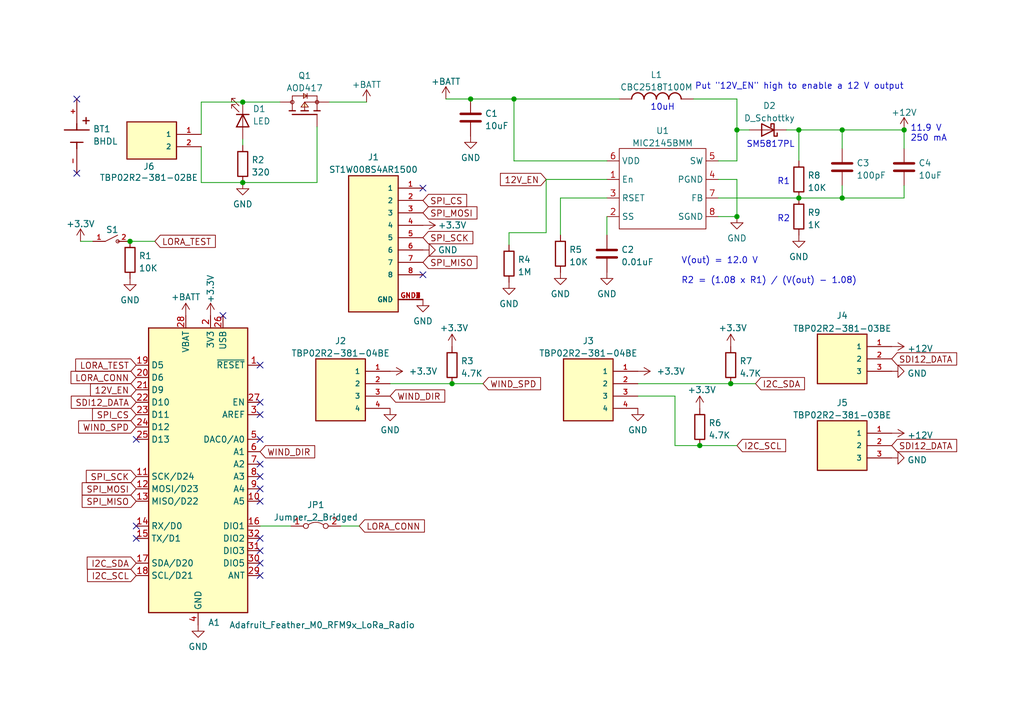
<source format=kicad_sch>
(kicad_sch (version 20211123) (generator eeschema)
  (paper "A5")
  (lib_symbols
    (symbol "AOD417:AOD417" (pin_numbers hide) (pin_names (offset 1.016) hide)
      (property "Reference" "Q" (at -8.89 3.81 0))
      (property "Value" "AOD417" (at -8.89 -6.35 0))
      (symbol "AOD417_0_0"
        (polyline (pts (xy 0 -2.54) (xy 0 2.54)) (stroke (width 0.254)))
        (polyline (pts (xy 0.762 -3.175) (xy 0.762 -2.54)) (stroke (width 0.254)))
        (polyline (pts (xy 0.762 -2.54) (xy 0.762 -1.905)) (stroke (width 0.254)))
        (polyline (pts (xy 0.762 -2.54) (xy 3.81 -2.54)) (stroke (width 0.1524)))
        (polyline (pts (xy 0.762 -0.762) (xy 0.762 0)) (stroke (width 0.254)))
        (polyline (pts (xy 0.762 0) (xy 0.762 0.762)) (stroke (width 0.254)))
        (polyline (pts (xy 0.762 0) (xy 2.54 0)) (stroke (width 0.1524)))
        (polyline (pts (xy 0.762 1.905) (xy 0.762 2.54)) (stroke (width 0.254)))
        (polyline (pts (xy 0.762 2.54) (xy 0.762 3.175)) (stroke (width 0.254)))
        (polyline (pts (xy 2.54 0) (xy 2.54 2.54)) (stroke (width 0.1524)))
        (polyline (pts (xy 2.54 2.54) (xy 0.762 2.54)) (stroke (width 0.1524)))
        (polyline (pts (xy 2.54 2.54) (xy 3.81 2.54)) (stroke (width 0.1524)))
        (polyline (pts (xy 3.302 0.508) (xy 3.81 0.508)) (stroke (width 0.1524)))
        (polyline (pts (xy 3.81 -2.54) (xy 3.81 0.508)) (stroke (width 0.1524)))
        (polyline (pts (xy 3.81 0.508) (xy 3.81 2.54)) (stroke (width 0.1524)))
        (polyline (pts (xy 3.81 0.508) (xy 4.318 0.508)) (stroke (width 0.1524)))
        (polyline (pts (xy 2.54 0) (xy 1.524 0.762) (xy 1.524 -0.762) (xy 2.54 0)) (stroke (width 0.1524)) (fill (type background)))
        (polyline (pts (xy 3.81 0.508) (xy 4.318 -0.254) (xy 3.302 -0.254) (xy 3.81 0.508)) (stroke (width 0.1524)) (fill (type background)))
        (circle (center 2.54 -2.54) (radius 0.3556))
        (circle (center 2.54 2.54) (radius 0.3556))
        (pin passive line (at -2.54 2.54 0) (length 2.54) (name "~") (number "1"))
        (pin passive line (at 2.54 5.08 270) (length 2.54) (name "~") (number "3"))
        (pin passive line (at 2.54 -5.08 90) (length 2.54) (name "~") (number "4"))
      )
    )
    (symbol "BHDL:BHDL" (pin_names (offset 1.016) hide)
      (property "Reference" "BT" (at -3.81 3.81 0))
      (property "Value" "BHDL" (at -3.81 -5.08 0))
      (symbol "BHDL_0_0"
        (polyline (pts (xy -3.81 1.905) (xy -2.54 1.905)) (stroke (width 0.254)))
        (polyline (pts (xy -3.175 2.54) (xy -3.175 1.27)) (stroke (width 0.254)))
        (polyline (pts (xy -1.27 0) (xy -2.54 0)) (stroke (width 0.254)))
        (polyline (pts (xy -1.27 0) (xy -1.27 -2.54)) (stroke (width 0.254)))
        (polyline (pts (xy -1.27 2.54) (xy -1.27 0)) (stroke (width 0.254)))
        (polyline (pts (xy 1.27 0) (xy 1.27 -1.27)) (stroke (width 0.254)))
        (polyline (pts (xy 1.27 0) (xy 2.54 0)) (stroke (width 0.254)))
        (polyline (pts (xy 1.27 1.27) (xy 1.27 0)) (stroke (width 0.254)))
        (pin passive line (at -7.62 0 0) (length 5.08) (name "~") (number "+"))
        (pin passive line (at 7.62 0 180) (length 5.08) (name "~") (number "-"))
      )
    )
    (symbol "CBC2518T100M:CBC2518T100M" (pin_numbers hide) (pin_names (offset 1.016) hide)
      (property "Reference" "L" (at -7.62 5.08 0))
      (property "Value" "CBC2518T100M" (at -7.62 2.54 0))
      (symbol "CBC2518T100M_0_0"
        (arc (start -2.54 0) (mid -3.81 1.27) (end -5.08 0) (stroke (width 0.254)))
        (arc (start 0 0) (mid -1.27 1.27) (end -2.54 0) (stroke (width 0.254)))
        (arc (start 2.54 0) (mid 1.27 1.27) (end 0 0) (stroke (width 0.254)))
        (arc (start 5.08 0) (mid 3.81 1.27) (end 2.54 0) (stroke (width 0.254)))
        (pin passive line (at -7.62 0 0) (length 2.54) (name "~") (number "1"))
        (pin passive line (at 7.62 0 180) (length 2.54) (name "~") (number "2"))
      )
    )
    (symbol "Device:C" (pin_numbers hide) (pin_names (offset 0.254))
      (property "Reference" "C" (at 0.635 2.54 0))
      (property "Value" "C" (at 0.635 -2.54 0))
      (symbol "C_0_1"
        (polyline (pts (xy -2.032 -0.762) (xy 2.032 -0.762)) (stroke (width 0.508)))
        (polyline (pts (xy -2.032 0.762) (xy 2.032 0.762)) (stroke (width 0.508)))
      )
      (symbol "C_1_1"
        (pin passive line (at 0 3.81 270) (length 2.794) (name "~") (number "1"))
        (pin passive line (at 0 -3.81 90) (length 2.794) (name "~") (number "2"))
      )
    )
    (symbol "Device:D_Schottky" (pin_numbers hide) (pin_names (offset 1.016) hide)
      (property "Reference" "D" (at 0 2.54 0))
      (property "Value" "D_Schottky" (at 0 -2.54 0))
      (symbol "D_Schottky_0_1"
        (polyline (pts (xy 1.27 0) (xy -1.27 0)))
        (polyline (pts (xy 1.27 1.27) (xy 1.27 -1.27) (xy -1.27 0) (xy 1.27 1.27)) (stroke (width 0.254)))
        (polyline (pts (xy -1.905 0.635) (xy -1.905 1.27) (xy -1.27 1.27) (xy -1.27 -1.27) (xy -0.635 -1.27) (xy -0.635 -0.635)) (stroke (width 0.254)))
      )
      (symbol "D_Schottky_1_1"
        (pin passive line (at -3.81 0 0) (length 2.54) (name "K") (number "1"))
        (pin passive line (at 3.81 0 180) (length 2.54) (name "A") (number "2"))
      )
    )
    (symbol "Device:LED" (pin_numbers hide) (pin_names (offset 1.016) hide)
      (property "Reference" "D" (at 0 2.54 0))
      (property "Value" "LED" (at 0 -2.54 0))
      (symbol "LED_0_1"
        (polyline (pts (xy -1.27 -1.27) (xy -1.27 1.27)) (stroke (width 0.254)))
        (polyline (pts (xy -1.27 0) (xy 1.27 0)))
        (polyline (pts (xy 1.27 -1.27) (xy 1.27 1.27) (xy -1.27 0) (xy 1.27 -1.27)) (stroke (width 0.254)))
        (polyline (pts (xy -3.048 -0.762) (xy -4.572 -2.286) (xy -3.81 -2.286) (xy -4.572 -2.286) (xy -4.572 -1.524)))
        (polyline (pts (xy -1.778 -0.762) (xy -3.302 -2.286) (xy -2.54 -2.286) (xy -3.302 -2.286) (xy -3.302 -1.524)))
      )
      (symbol "LED_1_1"
        (pin passive line (at -3.81 0 0) (length 2.54) (name "K") (number "1"))
        (pin passive line (at 3.81 0 180) (length 2.54) (name "A") (number "2"))
      )
    )
    (symbol "Device:R" (pin_numbers hide) (pin_names (offset 0))
      (property "Reference" "R" (at 2.032 0 90))
      (property "Value" "R" (at 0 0 90))
      (symbol "R_0_1"
        (rectangle (start -1.016 -2.54) (end 1.016 2.54) (stroke (width 0.254)))
      )
      (symbol "R_1_1"
        (pin passive line (at 0 3.81 270) (length 1.27) (name "~") (number "1"))
        (pin passive line (at 0 -3.81 90) (length 1.27) (name "~") (number "2"))
      )
    )
    (symbol "Jumper:Jumper_2_Bridged" (pin_names (offset 0) hide)
      (property "Reference" "JP" (at 0 1.905 0))
      (property "Value" "Jumper_2_Bridged" (at 0 -2.54 0))
      (symbol "Jumper_2_Bridged_0_0"
        (circle (center -2.032 0) (radius 0.508))
        (circle (center 2.032 0) (radius 0.508))
      )
      (symbol "Jumper_2_Bridged_0_1"
        (arc (start 1.524 0.254) (mid 0 0.762) (end -1.524 0.254))
      )
      (symbol "Jumper_2_Bridged_1_1"
        (pin passive line (at -5.08 0 0) (length 2.54) (name "A") (number "1"))
        (pin passive line (at 5.08 0 180) (length 2.54) (name "B") (number "2"))
      )
    )
    (symbol "MCU_Module:Adafruit_Feather_M0_RFM9x_LoRa_Radio"
      (property "Reference" "A" (at -10.16 29.21 0))
      (property "Value" "Adafruit_Feather_M0_RFM9x_LoRa_Radio" (at 2.54 -31.75 0))
      (symbol "Adafruit_Feather_M0_RFM9x_LoRa_Radio_0_1"
        (rectangle (start -10.16 27.94) (end 10.16 -30.48) (stroke (width 0.254)) (fill (type background)))
      )
      (symbol "Adafruit_Feather_M0_RFM9x_LoRa_Radio_1_1"
        (pin input line (at 12.7 20.32 180) (length 2.54) (name "~{RESET}") (number "1"))
        (pin bidirectional line (at 12.7 -7.62 180) (length 2.54) (name "A5") (number "10"))
        (pin bidirectional line (at -12.7 -2.54 0) (length 2.54) (name "SCK/D24") (number "11"))
        (pin bidirectional line (at -12.7 -5.08 0) (length 2.54) (name "MOSI/D23") (number "12"))
        (pin bidirectional line (at -12.7 -7.62 0) (length 2.54) (name "MISO/D22") (number "13"))
        (pin bidirectional line (at -12.7 -12.7 0) (length 2.54) (name "RX/D0") (number "14"))
        (pin bidirectional line (at -12.7 -15.24 0) (length 2.54) (name "TX/D1") (number "15"))
        (pin bidirectional line (at 12.7 -12.7 180) (length 2.54) (name "DIO1") (number "16"))
        (pin bidirectional line (at -12.7 -20.32 0) (length 2.54) (name "SDA/D20") (number "17"))
        (pin bidirectional line (at -12.7 -22.86 0) (length 2.54) (name "SCL/D21") (number "18"))
        (pin bidirectional line (at -12.7 20.32 0) (length 2.54) (name "D5") (number "19"))
        (pin power_in line (at 2.54 30.48 270) (length 2.54) (name "3V3") (number "2"))
        (pin bidirectional line (at -12.7 17.78 0) (length 2.54) (name "D6") (number "20"))
        (pin bidirectional line (at -12.7 15.24 0) (length 2.54) (name "D9") (number "21"))
        (pin bidirectional line (at -12.7 12.7 0) (length 2.54) (name "D10") (number "22"))
        (pin bidirectional line (at -12.7 10.16 0) (length 2.54) (name "D11") (number "23"))
        (pin bidirectional line (at -12.7 7.62 0) (length 2.54) (name "D12") (number "24"))
        (pin bidirectional line (at -12.7 5.08 0) (length 2.54) (name "D13") (number "25"))
        (pin power_in line (at 5.08 30.48 270) (length 2.54) (name "USB") (number "26"))
        (pin input line (at 12.7 12.7 180) (length 2.54) (name "EN") (number "27"))
        (pin power_in line (at -2.54 30.48 270) (length 2.54) (name "VBAT") (number "28"))
        (pin bidirectional line (at 12.7 -22.86 180) (length 2.54) (name "ANT") (number "29"))
        (pin input line (at 12.7 10.16 180) (length 2.54) (name "AREF") (number "3"))
        (pin bidirectional line (at 12.7 -20.32 180) (length 2.54) (name "DIO5") (number "30"))
        (pin bidirectional line (at 12.7 -17.78 180) (length 2.54) (name "DIO3") (number "31"))
        (pin bidirectional line (at 12.7 -15.24 180) (length 2.54) (name "DIO2") (number "32"))
        (pin power_in line (at 0 -33.02 90) (length 2.54) (name "GND") (number "4"))
        (pin bidirectional line (at 12.7 5.08 180) (length 2.54) (name "DAC0/A0") (number "5"))
        (pin bidirectional line (at 12.7 2.54 180) (length 2.54) (name "A1") (number "6"))
        (pin bidirectional line (at 12.7 0 180) (length 2.54) (name "A2") (number "7"))
        (pin bidirectional line (at 12.7 -2.54 180) (length 2.54) (name "A3") (number "8"))
        (pin bidirectional line (at 12.7 -5.08 180) (length 2.54) (name "A4") (number "9"))
      )
    )
    (symbol "MIC2145BMM:MIC2145BMM"
      (property "Reference" "U" (at 0 0 0))
      (property "Value" "MIC2145BMM" (at 0 0 0))
      (symbol "MIC2145BMM_0_1"
        (rectangle (start -8.89 -2.54) (end 8.89 -19.05) (stroke (width 0.1524)))
      )
      (symbol "MIC2145BMM_1_1"
        (pin input line (at -11.43 -8.89 0) (length 2.54) (name "En") (number "1"))
        (pin input line (at -11.43 -16.51 0) (length 2.54) (name "SS") (number "2"))
        (pin input line (at -11.43 -12.7 0) (length 2.54) (name "RSET") (number "3"))
        (pin passive line (at 11.43 -8.89 180) (length 2.54) (name "PGND") (number "4"))
        (pin input line (at 11.43 -5.08 180) (length 2.54) (name "SW") (number "5"))
        (pin input line (at -11.43 -5.08 0) (length 2.54) (name "VDD") (number "6"))
        (pin input line (at 11.43 -12.7 180) (length 2.54) (name "FB") (number "7"))
        (pin passive line (at 11.43 -16.51 180) (length 2.54) (name "SGND") (number "8"))
      )
    )
    (symbol "PTS636_SM43J_SMTR_LFS:PTS636_SM43J_SMTR_LFS" (pin_names (offset 1.016) hide)
      (property "Reference" "S?" (at 0 5.7826 0))
      (property "Value" "PTS636_SM43J_SMTR_LFS" (at 0 3.2457 0))
      (symbol "PTS636_SM43J_SMTR_LFS_0_0"
        (polyline (pts (xy -1.27 0) (xy 1.27 1.27)) (stroke (width 0.1524)))
        (circle (center 1.27 0) (radius 0.3302) (stroke (width 0.1524)))
        (pin passive line (at -3.81 0 0) (length 2.54) (name "~") (number "1"))
        (pin passive line (at 3.81 0 180) (length 2.54) (name "~") (number "2"))
      )
    )
    (symbol "ST1W008S4AR1500:ST1W008S4AR1500" (pin_names (offset 1.016))
      (property "Reference" "J" (at -5.08 13.462 0))
      (property "Value" "ST1W008S4AR1500" (at -5.08 -17.78 0))
      (symbol "ST1W008S4AR1500_0_0"
        (rectangle (start -5.08 -15.24) (end 5.08 12.7) (stroke (width 0.254)) (fill (type background)))
        (pin passive line (at -10.16 10.16 0) (length 5.08) (name "1") (number "1"))
        (pin passive line (at -10.16 7.62 0) (length 5.08) (name "2") (number "2"))
        (pin passive line (at -10.16 5.08 0) (length 5.08) (name "3") (number "3"))
        (pin passive line (at -10.16 2.54 0) (length 5.08) (name "4") (number "4"))
        (pin passive line (at -10.16 0 0) (length 5.08) (name "5") (number "5"))
        (pin passive line (at -10.16 -2.54 0) (length 5.08) (name "6") (number "6"))
        (pin passive line (at -10.16 -5.08 0) (length 5.08) (name "7") (number "7"))
        (pin passive line (at -10.16 -7.62 0) (length 5.08) (name "8") (number "8"))
        (pin power_in line (at -10.16 -12.7 0) (length 5.08) (name "GND") (number "GND1"))
        (pin power_in line (at -10.16 -12.7 0) (length 5.08) (name "GND") (number "GND2"))
        (pin power_in line (at -10.16 -12.7 0) (length 5.08) (name "GND") (number "GND3"))
        (pin power_in line (at -10.16 -12.7 0) (length 5.08) (name "GND") (number "GND4"))
      )
    )
    (symbol "TBP02R2-381-02BE:TBP02R2-381-02BE" (pin_names (offset 1.016))
      (property "Reference" "J" (at -5.588 5.08 0))
      (property "Value" "TBP02R2-381-02BE" (at -5.08 -5.08 0))
      (symbol "TBP02R2-381-02BE_0_0"
        (rectangle (start -5.08 -2.54) (end 5.08 5.08) (stroke (width 0.254)) (fill (type background)))
        (pin passive line (at -10.16 2.54 0) (length 5.08) (name "1") (number "1"))
        (pin passive line (at -10.16 0 0) (length 5.08) (name "2") (number "2"))
      )
    )
    (symbol "TBP02R2-381-03BE:TBP02R2-381-03BE" (pin_names (offset 1.016))
      (property "Reference" "J" (at -5.588 5.08 0))
      (property "Value" "TBP02R2-381-03BE" (at -5.08 -7.62 0))
      (symbol "TBP02R2-381-03BE_0_0"
        (rectangle (start -5.08 -5.08) (end 5.08 5.08) (stroke (width 0.254)) (fill (type background)))
        (pin passive line (at -10.16 2.54 0) (length 5.08) (name "1") (number "1"))
        (pin passive line (at -10.16 0 0) (length 5.08) (name "2") (number "2"))
        (pin passive line (at -10.16 -2.54 0) (length 5.08) (name "3") (number "3"))
      )
    )
    (symbol "TBP02R2-381-04BE:TBP02R2-381-04BE" (pin_names (offset 1.016))
      (property "Reference" "J" (at -5.588 7.62 0))
      (property "Value" "TBP02R2-381-04BE" (at -5.08 -7.62 0))
      (symbol "TBP02R2-381-04BE_0_0"
        (rectangle (start -5.08 -5.08) (end 5.08 7.62) (stroke (width 0.254)) (fill (type background)))
        (pin passive line (at -10.16 5.08 0) (length 5.08) (name "1") (number "1"))
        (pin passive line (at -10.16 2.54 0) (length 5.08) (name "2") (number "2"))
        (pin passive line (at -10.16 0 0) (length 5.08) (name "3") (number "3"))
        (pin passive line (at -10.16 -2.54 0) (length 5.08) (name "4") (number "4"))
      )
    )
    (symbol "power:+12V" (power) (pin_names (offset 0))
      (property "Value" "+12V" (at 0 3.556 0))
      (symbol "+12V_0_1"
        (polyline (pts (xy -0.762 1.27) (xy 0 2.54)))
        (polyline (pts (xy 0 0) (xy 0 2.54)))
        (polyline (pts (xy 0 2.54) (xy 0.762 1.27)))
      )
      (symbol "+12V_1_1"
        (pin power_in line (at 0 0 90) (length 0) hide (name "+12V") (number "1"))
      )
    )
    (symbol "power:+3.3V" (power) (pin_names (offset 0))
      (property "Value" "+3.3V" (at 0 3.556 0))
      (symbol "+3.3V_0_1"
        (polyline (pts (xy -0.762 1.27) (xy 0 2.54)))
        (polyline (pts (xy 0 0) (xy 0 2.54)))
        (polyline (pts (xy 0 2.54) (xy 0.762 1.27)))
      )
      (symbol "+3.3V_1_1"
        (pin power_in line (at 0 0 90) (length 0) hide (name "+3.3V") (number "1"))
      )
    )
    (symbol "power:+BATT" (power) (pin_names (offset 0))
      (property "Value" "+BATT" (at 0 3.556 0))
      (symbol "+BATT_0_1"
        (polyline (pts (xy -0.762 1.27) (xy 0 2.54)))
        (polyline (pts (xy 0 0) (xy 0 2.54)))
        (polyline (pts (xy 0 2.54) (xy 0.762 1.27)))
      )
      (symbol "+BATT_1_1"
        (pin power_in line (at 0 0 90) (length 0) hide (name "+BATT") (number "1"))
      )
    )
    (symbol "power:GND" (power) (pin_names (offset 0))
      (property "Value" "GND" (at 0 -3.81 0))
      (symbol "GND_0_1"
        (polyline (pts (xy 0 0) (xy 0 -1.27) (xy 1.27 -1.27) (xy 0 -2.54) (xy -1.27 -1.27) (xy 0 -1.27)))
      )
      (symbol "GND_1_1"
        (pin power_in line (at 0 0 270) (length 0) hide (name "GND") (number "1"))
      )
    )
  )
  (junction (at 172.72 26.67))
  (junction (at 151.13 26.67))
  (junction (at 26.67 49.53))
  (junction (at 49.784 37.465))
  (junction (at 49.784 20.955))
  (junction (at 151.13 44.45))
  (junction (at 172.72 40.64))
  (junction (at 163.83 26.67))
  (junction (at 92.71 78.74))
  (junction (at 105.41 20.32))
  (junction (at 185.42 26.67))
  (junction (at 163.83 40.64))
  (junction (at 149.86 78.74))
  (junction (at 96.52 20.32))
  (junction (at 143.51 91.44))
  (no_connect (at 86.741 38.608))
  (no_connect (at 15.748 35.56))
  (no_connect (at 27.94 107.95))
  (no_connect (at 27.94 110.49))
  (no_connect (at 27.94 90.17))
  (no_connect (at 15.748 20.32))
  (no_connect (at 86.741 56.388))
  (no_connect (at 53.34 97.79))
  (no_connect (at 53.34 95.25))
  (no_connect (at 53.34 118.11))
  (no_connect (at 53.34 115.57))
  (no_connect (at 53.34 113.03))
  (no_connect (at 53.34 110.49))
  (no_connect (at 53.34 100.33))
  (no_connect (at 53.34 102.87))
  (no_connect (at 53.34 90.17))
  (no_connect (at 53.34 85.09))
  (no_connect (at 53.34 82.55))
  (no_connect (at 53.34 74.93))
  (no_connect (at 45.72 64.77))
  (wire (pts (xy 105.41 20.32) (xy 105.41 33.02)))
  (wire (pts (xy 114.935 40.64) (xy 114.935 48.26)))
  (wire (pts (xy 16.51 49.53) (xy 19.05 49.53)))
  (wire (pts (xy 65.024 26.035) (xy 65.024 37.465)))
  (wire (pts (xy 172.72 38.1) (xy 172.72 40.64)))
  (wire (pts (xy 124.46 44.45) (xy 124.46 48.26)))
  (wire (pts (xy 130.81 78.74) (xy 149.86 78.74)))
  (wire (pts (xy 172.72 26.67) (xy 172.72 30.48)))
  (wire (pts (xy 185.42 38.1) (xy 185.42 40.64)))
  (wire (pts (xy 149.86 78.74) (xy 154.94 78.74)))
  (wire (pts (xy 41.275 20.955) (xy 49.784 20.955)))
  (wire (pts (xy 147.32 40.64) (xy 163.83 40.64)))
  (wire (pts (xy 138.43 81.28) (xy 138.43 91.44)))
  (wire (pts (xy 92.71 78.74) (xy 99.06 78.74)))
  (wire (pts (xy 96.52 20.32) (xy 105.41 20.32)))
  (wire (pts (xy 143.51 91.44) (xy 151.13 91.44)))
  (wire (pts (xy 105.41 33.02) (xy 124.46 33.02)))
  (wire (pts (xy 114.935 40.64) (xy 124.46 40.64)))
  (wire (pts (xy 151.13 36.83) (xy 151.13 44.45)))
  (wire (pts (xy 151.13 26.67) (xy 153.67 26.67)))
  (wire (pts (xy 151.13 33.02) (xy 147.32 33.02)))
  (wire (pts (xy 151.13 20.32) (xy 151.13 26.67)))
  (wire (pts (xy 163.83 40.64) (xy 172.72 40.64)))
  (wire (pts (xy 151.13 26.67) (xy 151.13 33.02)))
  (wire (pts (xy 163.83 26.67) (xy 163.83 33.02)))
  (wire (pts (xy 185.42 30.48) (xy 185.42 26.67)))
  (wire (pts (xy 172.72 40.64) (xy 185.42 40.64)))
  (wire (pts (xy 53.34 107.95) (xy 59.69 107.95)))
  (wire (pts (xy 138.43 91.44) (xy 143.51 91.44)))
  (wire (pts (xy 161.29 26.67) (xy 163.83 26.67)))
  (wire (pts (xy 112.014 47.752) (xy 104.394 47.752)))
  (wire (pts (xy 112.014 36.83) (xy 112.014 47.752)))
  (wire (pts (xy 49.784 28.575) (xy 49.784 29.845)))
  (wire (pts (xy 91.44 20.32) (xy 96.52 20.32)))
  (wire (pts (xy 147.32 36.83) (xy 151.13 36.83)))
  (wire (pts (xy 151.13 44.45) (xy 147.32 44.45)))
  (wire (pts (xy 41.275 30.099) (xy 41.275 37.465)))
  (wire (pts (xy 130.81 81.28) (xy 138.43 81.28)))
  (wire (pts (xy 41.275 37.465) (xy 49.784 37.465)))
  (wire (pts (xy 65.024 37.465) (xy 49.784 37.465)))
  (wire (pts (xy 26.67 49.53) (xy 31.75 49.53)))
  (wire (pts (xy 105.41 20.32) (xy 127 20.32)))
  (wire (pts (xy 41.275 27.559) (xy 41.275 20.955)))
  (wire (pts (xy 67.564 20.955) (xy 75.184 20.955)))
  (wire (pts (xy 124.46 36.83) (xy 112.014 36.83)))
  (wire (pts (xy 172.72 26.67) (xy 163.83 26.67)))
  (wire (pts (xy 185.42 26.67) (xy 172.72 26.67)))
  (wire (pts (xy 142.24 20.32) (xy 151.13 20.32)))
  (wire (pts (xy 49.784 20.955) (xy 57.404 20.955)))
  (wire (pts (xy 104.394 47.752) (xy 104.394 50.292)))
  (wire (pts (xy 80.01 78.74) (xy 92.71 78.74)))
  (wire (pts (xy 69.85 107.95) (xy 73.66 107.95)))
  (text "R2" (at 159.385 45.72 0) (effects (font (size 1.27 1.27)) (justify left bottom)))
  (text "V(out) = 12.0 V\n\nR2 = (1.08 x R1) / (V(out) - 1.08)" (at 139.7 58.42 0) (effects (font (size 1.27 1.27)) (justify left bottom)))
  (text "SM5817PL" (at 153.035 30.48 0) (effects (font (size 1.27 1.27)) (justify left bottom)))
  (text "R1" (at 159.385 38.1 0) (effects (font (size 1.27 1.27)) (justify left bottom)))
  (text "11.9 V \n250 mA" (at 186.69 29.21 0) (effects (font (size 1.27 1.27)) (justify left bottom)))
  (text "10uH" (at 133.35 22.86 0) (effects (font (size 1.27 1.27)) (justify left bottom)))
  (text "Put \"12V_EN\" high to enable a 12 V output" (at 142.494 18.542 0) (effects (font (size 1.27 1.27)) (justify left bottom)))
  (global_label "LORA_TEST" (shape input) (at 31.75 49.53 0) (property "Intersheet References" "${INTERSHEET_REFS}" (effects hide)))
  (global_label "LORA_TEST" (shape input) (at 27.94 74.93 180) (property "Intersheet References" "${INTERSHEET_REFS}" (effects hide)))
  (global_label "WIND_SPD" (shape input) (at 27.94 87.63 180) (property "Intersheet References" "${INTERSHEET_REFS}" (effects hide)))
  (global_label "12V_EN" (shape input) (at 27.94 80.01 180) (property "Intersheet References" "${INTERSHEET_REFS}" (effects hide)))
  (global_label "SPI_MISO" (shape input) (at 27.94 102.87 180) (property "Intersheet References" "${INTERSHEET_REFS}" (effects hide)))
  (global_label "SPI_CS" (shape input) (at 86.741 41.148 0) (property "Intersheet References" "${INTERSHEET_REFS}" (effects hide)))
  (global_label "SDI12_DATA" (shape input) (at 182.88 73.66 0) (property "Intersheet References" "${INTERSHEET_REFS}" (effects hide)))
  (global_label "LORA_CONN" (shape input) (at 73.66 107.95 0) (property "Intersheet References" "${INTERSHEET_REFS}" (effects hide)))
  (global_label "SPI_SCK" (shape input) (at 86.741 48.768 0) (property "Intersheet References" "${INTERSHEET_REFS}" (effects hide)))
  (global_label "I2C_SCL" (shape input) (at 151.13 91.44 0) (property "Intersheet References" "${INTERSHEET_REFS}" (effects hide)))
  (global_label "12V_EN" (shape input) (at 112.014 36.83 180) (property "Intersheet References" "${INTERSHEET_REFS}" (effects hide)))
  (global_label "I2C_SCL" (shape input) (at 27.94 118.11 180) (property "Intersheet References" "${INTERSHEET_REFS}" (effects hide)))
  (global_label "LORA_CONN" (shape input) (at 27.94 77.47 180) (property "Intersheet References" "${INTERSHEET_REFS}" (effects hide)))
  (global_label "WIND_DIR" (shape input) (at 53.34 92.71 0) (property "Intersheet References" "${INTERSHEET_REFS}" (effects hide)))
  (global_label "SDI12_DATA" (shape input) (at 27.94 82.55 180) (property "Intersheet References" "${INTERSHEET_REFS}" (effects hide)))
  (global_label "WIND_DIR" (shape input) (at 80.01 81.28 0) (property "Intersheet References" "${INTERSHEET_REFS}" (effects hide)))
  (global_label "I2C_SDA" (shape input) (at 154.94 78.74 0) (property "Intersheet References" "${INTERSHEET_REFS}" (effects hide)))
  (global_label "SPI_CS" (shape input) (at 27.94 85.09 180) (property "Intersheet References" "${INTERSHEET_REFS}" (effects hide)))
  (global_label "SPI_MOSI" (shape input) (at 86.741 43.688 0) (property "Intersheet References" "${INTERSHEET_REFS}" (effects hide)))
  (global_label "SPI_MOSI" (shape input) (at 27.94 100.33 180) (property "Intersheet References" "${INTERSHEET_REFS}" (effects hide)))
  (global_label "SPI_MISO" (shape input) (at 86.741 53.848 0) (property "Intersheet References" "${INTERSHEET_REFS}" (effects hide)))
  (global_label "SPI_SCK" (shape input) (at 27.94 97.79 180) (property "Intersheet References" "${INTERSHEET_REFS}" (effects hide)))
  (global_label "WIND_SPD" (shape input) (at 99.06 78.74 0) (property "Intersheet References" "${INTERSHEET_REFS}" (effects hide)))
  (global_label "I2C_SDA" (shape input) (at 27.94 115.57 180) (property "Intersheet References" "${INTERSHEET_REFS}" (effects hide)))
  (global_label "SDI12_DATA" (shape input) (at 182.88 91.44 0) (property "Intersheet References" "${INTERSHEET_REFS}" (effects hide)))
  (symbol (lib_id "ST1W008S4AR1500:ST1W008S4AR1500") (at 76.581 48.768 0) (mirror y) (unit 1)
    (property "Reference" "J1" (at 76.581 32.258 0))
    (property "Value" "ST1W008S4AR1500" (at 76.581 34.798 0))
    (property "Footprint" "ST1W008S4AR1500:JAE_ST1W008S4AR1500" (effects hide))
    (property "MANUFACTURER" "JAE Electronics" (effects hide))
    (property "MAXIMUM_PACKAGE_HEIGHT" "2.0 mm" (effects hide))
    (property "PARTREV" "2" (effects hide))
    (property "STANDARD" "Manufacturer Recommendations" (effects hide))
  )
  (symbol (lib_id "power:+12V") (at 182.88 88.9 270) (unit 1)
    (property "Reference" "#PWR027" (effects hide))
    (property "Value" "+12V" (at 186.055 89.3338 90) (effects (justify left)))
  )
  (symbol (lib_id "power:GND") (at 49.784 37.465 0) (unit 1)
    (property "Reference" "#PWR03" (effects hide))
    (property "Value" "GND" (at 49.784 41.9084 0))
  )
  (symbol (lib_id "power:GND") (at 104.394 57.912 0) (unit 1)
    (property "Reference" "#PWR016" (effects hide))
    (property "Value" "GND" (at 104.394 62.3554 0))
  )
  (symbol (lib_id "Device:R") (at 104.394 54.102 180) (unit 1)
    (property "Reference" "R4" (at 106.172 53.2673 0) (effects (justify right)))
    (property "Value" "1M" (at 106.172 55.8042 0) (effects (justify right)))
    (property "Footprint" "Resistor_SMD:R_0805_2012Metric" (effects hide))
  )
  (symbol (lib_id "Device:R") (at 26.67 53.34 180) (unit 1)
    (property "Reference" "R1" (at 28.448 52.5053 0) (effects (justify right)))
    (property "Value" "10K" (at 28.448 55.0422 0) (effects (justify right)))
    (property "Footprint" "Resistor_SMD:R_0805_2012Metric" (effects hide))
  )
  (symbol (lib_id "Device:R") (at 143.51 87.63 180) (unit 1)
    (property "Reference" "R6" (at 145.288 86.7953 0) (effects (justify right)))
    (property "Value" "4.7K" (at 145.288 89.3322 0) (effects (justify right)))
    (property "Footprint" "Resistor_SMD:R_0805_2012Metric" (effects hide))
  )
  (symbol (lib_id "power:+12V") (at 185.42 26.67 0) (unit 1)
    (property "Reference" "#PWR029" (effects hide))
    (property "Value" "+12V" (at 185.42 23.0942 0))
  )
  (symbol (lib_id "Device:D_Schottky") (at 157.48 26.67 180) (unit 1)
    (property "Reference" "D2" (at 157.7975 21.7002 0))
    (property "Value" "D_Schottky" (at 157.7975 24.2371 0))
    (property "Footprint" "SM5817PL:SODFL3718X108N" (effects hide))
  )
  (symbol (lib_id "power:+3.3V") (at 92.71 71.12 0) (unit 1)
    (property "Reference" "#PWR014" (effects hide))
    (property "Value" "+3.3V" (at 90.17 67.31 0) (effects (justify left)))
  )
  (symbol (lib_id "power:+BATT") (at 91.44 20.32 0) (unit 1)
    (property "Reference" "#PWR013" (effects hide))
    (property "Value" "+BATT" (at 91.44 16.7442 0))
  )
  (symbol (lib_id "TBP02R2-381-03BE:TBP02R2-381-03BE") (at 172.72 91.44 0) (mirror y) (unit 1)
    (property "Reference" "J5" (at 172.72 82.6602 0))
    (property "Value" "TBP02R2-381-03BE" (at 172.72 85.1971 0))
    (property "Footprint" "TBP02R2-381-03BE:CUI_TBP02R2-381-03BE" (effects hide))
    (property "STANDARD" "Manufacturer Recommendations" (effects hide))
    (property "MANUFACTURER" "CUI" (effects hide))
  )
  (symbol (lib_id "Device:R") (at 92.71 74.93 180) (unit 1)
    (property "Reference" "R3" (at 94.488 74.0953 0) (effects (justify right)))
    (property "Value" "4.7K" (at 94.488 76.6322 0) (effects (justify right)))
    (property "Footprint" "Resistor_SMD:R_0805_2012Metric" (effects hide))
  )
  (symbol (lib_id "Device:R") (at 163.83 44.45 180) (unit 1)
    (property "Reference" "R9" (at 165.608 43.6153 0) (effects (justify right)))
    (property "Value" "1K" (at 165.608 46.1522 0) (effects (justify right)))
    (property "Footprint" "Resistor_SMD:R_0805_2012Metric" (effects hide))
  )
  (symbol (lib_id "power:GND") (at 26.67 57.15 0) (unit 1)
    (property "Reference" "#PWR02" (effects hide))
    (property "Value" "GND" (at 26.67 61.5934 0))
  )
  (symbol (lib_id "Device:C") (at 185.42 34.29 0) (unit 1)
    (property "Reference" "C4" (at 188.341 33.4553 0) (effects (justify left)))
    (property "Value" "10uF" (at 188.341 35.9922 0) (effects (justify left)))
    (property "Footprint" "Capacitor_SMD:C_0805_2012Metric" (effects hide))
  )
  (symbol (lib_id "power:GND") (at 86.741 51.308 90) (unit 1)
    (property "Reference" "#PWR09" (effects hide))
    (property "Value" "GND" (at 89.789 51.308 90) (effects (justify right)))
  )
  (symbol (lib_id "power:+3.3V") (at 86.741 46.228 270) (unit 1)
    (property "Reference" "#PWR08" (effects hide))
    (property "Value" "+3.3V" (at 89.789 46.228 90) (effects (justify left)))
  )
  (symbol (lib_id "PTS636_SM43J_SMTR_LFS:PTS636_SM43J_SMTR_LFS") (at 22.86 49.53 0) (unit 1)
    (property "Reference" "S1" (at 23.0251 47.148 0))
    (property "Value" "PTS636_SM43J_SMTR_LFS" (effects hide))
    (property "Footprint" "PTS636_SM43J_SMTR_LFS:SW_PTS636_SM43J_SMTR_LFS" (effects hide))
    (property "PARTREV" "27 mar 19" (effects hide))
    (property "MANUFACTURER" "C&K" (effects hide))
    (property "MAXIMUM_PACKAGE_HEIGHT" "4.3 mm" (effects hide))
    (property "STANDARD" "Manufacturer Recommendations" (effects hide))
  )
  (symbol (lib_id "power:+3.3V") (at 149.86 71.12 0) (unit 1)
    (property "Reference" "#PWR022" (effects hide))
    (property "Value" "+3.3V" (at 147.32 67.31 0) (effects (justify left)))
  )
  (symbol (lib_id "Device:R") (at 163.83 36.83 180) (unit 1)
    (property "Reference" "R8" (at 165.608 35.9953 0) (effects (justify right)))
    (property "Value" "10K" (at 165.608 38.5322 0) (effects (justify right)))
    (property "Footprint" "Resistor_SMD:R_0805_2012Metric" (effects hide))
  )
  (symbol (lib_id "power:+BATT") (at 38.1 64.77 0) (unit 1)
    (property "Reference" "#PWR04" (effects hide))
    (property "Value" "+BATT" (at 38.1 60.96 0))
  )
  (symbol (lib_id "power:GND") (at 114.935 55.88 0) (unit 1)
    (property "Reference" "#PWR017" (effects hide))
    (property "Value" "GND" (at 114.935 60.3234 0))
  )
  (symbol (lib_id "Device:C") (at 96.52 24.13 0) (unit 1)
    (property "Reference" "C1" (at 99.441 23.2953 0) (effects (justify left)))
    (property "Value" "10uF" (at 99.441 25.8322 0) (effects (justify left)))
    (property "Footprint" "Capacitor_SMD:C_0805_2012Metric" (effects hide))
  )
  (symbol (lib_id "power:+3.3V") (at 16.51 49.53 0) (unit 1)
    (property "Reference" "#PWR01" (effects hide))
    (property "Value" "+3.3V" (at 16.51 45.9542 0))
  )
  (symbol (lib_id "AOD417:AOD417") (at 62.484 23.495 270) (mirror x) (unit 1)
    (property "Reference" "Q1" (at 62.484 15.528 90))
    (property "Value" "AOD417" (at 62.484 18.0649 90))
    (property "Footprint" "AOD417:DPAK228P994X240_3N" (effects hide))
    (property "MANUFACTURER" "Alpha & Omega Semiconductor Inc." (effects hide))
    (property "STANDARD" "IPC7351B" (effects hide))
    (property "PARTREV" "U" (effects hide))
  )
  (symbol (lib_id "Device:C") (at 124.46 52.07 0) (unit 1)
    (property "Reference" "C2" (at 127.381 51.2353 0) (effects (justify left)))
    (property "Value" "0.01uF" (at 127.381 53.7722 0) (effects (justify left)))
    (property "Footprint" "Capacitor_SMD:C_0805_2012Metric" (effects hide))
  )
  (symbol (lib_id "TBP02R2-381-04BE:TBP02R2-381-04BE") (at 120.65 81.28 0) (mirror y) (unit 1)
    (property "Reference" "J3" (at 120.65 69.9602 0))
    (property "Value" "TBP02R2-381-04BE" (at 120.65 72.4971 0))
    (property "Footprint" "TBP02R2-381-04BE:CUI_TBP02R2-381-04BE" (effects hide))
    (property "MANUFACTURER" "CUI" (effects hide))
    (property "STANDARD" "Manufacturer Recommendations" (effects hide))
  )
  (symbol (lib_id "Jumper:Jumper_2_Bridged") (at 64.77 107.95 0) (unit 1)
    (property "Reference" "JP1" (at 64.77 103.6152 0))
    (property "Value" "Jumper_2_Bridged" (at 64.77 106.1521 0))
    (property "Footprint" "Jumper:SolderJumper-2_P1.3mm_Bridged_Pad1.0x1.5mm" (effects hide))
  )
  (symbol (lib_id "power:GND") (at 182.88 76.2 90) (unit 1)
    (property "Reference" "#PWR026" (effects hide))
    (property "Value" "GND" (at 186.055 76.6338 90) (effects (justify right)))
  )
  (symbol (lib_id "BHDL:BHDL") (at 15.748 27.94 270) (unit 1)
    (property "Reference" "BT1" (at 19.05 26.4703 90) (effects (justify left)))
    (property "Value" "BHDL" (at 19.05 29.0072 90) (effects (justify left)))
    (property "Footprint" "BHDL:BHDL" (effects hide))
    (property "STANDARD" "Manufacturer Recommendations" (effects hide))
    (property "MANUFACTURER" "MPD" (effects hide))
    (property "PARTREV" "G" (effects hide))
    (property "MAXIMUM_PACKAGE_HEIGHT" "27.2 mm" (effects hide))
  )
  (symbol (lib_id "power:GND") (at 86.741 61.468 0) (unit 1)
    (property "Reference" "#PWR010" (effects hide))
    (property "Value" "GND" (at 86.741 65.9114 0))
  )
  (symbol (lib_id "power:+3.3V") (at 43.18 64.77 0) (unit 1)
    (property "Reference" "#PWR06" (effects hide))
    (property "Value" "+3.3V" (at 43.18 62.23 90) (effects (justify left)))
  )
  (symbol (lib_id "power:+3.3V") (at 130.81 76.2 270) (unit 1)
    (property "Reference" "#PWR019" (effects hide))
    (property "Value" "+3.3V" (at 134.62 76.2 90) (effects (justify left)))
  )
  (symbol (lib_id "Device:LED") (at 49.784 24.765 270) (unit 1)
    (property "Reference" "D1" (at 51.816 22.3428 90) (effects (justify left)))
    (property "Value" "LED" (at 51.816 24.8797 90) (effects (justify left)))
    (property "Footprint" "LED_SMD:LED_0805_2012Metric_Pad1.15x1.40mm_HandSolder" (effects hide))
  )
  (symbol (lib_id "MCU_Module:Adafruit_Feather_M0_RFM9x_LoRa_Radio") (at 40.64 95.25 0) (unit 1)
    (property "Reference" "A1" (at 42.6594 127.7604 0) (effects (justify left)))
    (property "Value" "Adafruit_Feather_M0_RFM9x_LoRa_Radio" (at 46.99 128.27 0) (effects (justify left)))
    (property "Footprint" "Module:Adafruit_Feather_M0_RFM" (effects hide))
    (property "Datasheet" "https://cdn-learn.adafruit.com/downloads/pdf/adafruit-feather-m0-radio-with-lora-radio-module.pdf" (effects hide))
  )
  (symbol (lib_id "Device:C") (at 172.72 34.29 0) (unit 1)
    (property "Reference" "C3" (at 175.641 33.4553 0) (effects (justify left)))
    (property "Value" "100pF" (at 175.641 35.9922 0) (effects (justify left)))
    (property "Footprint" "Capacitor_SMD:C_0805_2012Metric" (effects hide))
  )
  (symbol (lib_id "Device:R") (at 114.935 52.07 180) (unit 1)
    (property "Reference" "R5" (at 116.713 51.2353 0) (effects (justify right)))
    (property "Value" "10K" (at 116.713 53.7722 0) (effects (justify right)))
    (property "Footprint" "Resistor_SMD:R_0805_2012Metric" (effects hide))
  )
  (symbol (lib_id "power:GND") (at 80.01 83.82 0) (unit 1)
    (property "Reference" "#PWR012" (effects hide))
    (property "Value" "GND" (at 80.01 88.2634 0))
  )
  (symbol (lib_id "power:GND") (at 130.81 83.82 0) (unit 1)
    (property "Reference" "#PWR020" (effects hide))
    (property "Value" "GND" (at 130.81 88.2634 0))
  )
  (symbol (lib_id "power:GND") (at 96.52 27.94 0) (unit 1)
    (property "Reference" "#PWR015" (effects hide))
    (property "Value" "GND" (at 96.52 32.3834 0))
  )
  (symbol (lib_id "TBP02R2-381-04BE:TBP02R2-381-04BE") (at 69.85 81.28 0) (mirror y) (unit 1)
    (property "Reference" "J2" (at 69.85 69.9602 0))
    (property "Value" "TBP02R2-381-04BE" (at 69.85 72.4971 0))
    (property "Footprint" "TBP02R2-381-04BE:CUI_TBP02R2-381-04BE" (effects hide))
    (property "MANUFACTURER" "CUI" (effects hide))
    (property "STANDARD" "Manufacturer Recommendations" (effects hide))
  )
  (symbol (lib_id "power:+3.3V") (at 80.01 76.2 270) (unit 1)
    (property "Reference" "#PWR011" (effects hide))
    (property "Value" "+3.3V" (at 83.82 76.2 90) (effects (justify left)))
  )
  (symbol (lib_id "power:+12V") (at 182.88 71.12 270) (unit 1)
    (property "Reference" "#PWR025" (effects hide))
    (property "Value" "+12V" (at 186.055 71.5538 90) (effects (justify left)))
  )
  (symbol (lib_id "Device:R") (at 49.784 33.655 0) (unit 1)
    (property "Reference" "R2" (at 51.562 32.8203 0) (effects (justify left)))
    (property "Value" "320" (at 51.562 35.3572 0) (effects (justify left)))
    (property "Footprint" "Resistor_SMD:R_0805_2012Metric" (effects hide))
  )
  (symbol (lib_id "Device:R") (at 149.86 74.93 180) (unit 1)
    (property "Reference" "R7" (at 151.638 74.0953 0) (effects (justify right)))
    (property "Value" "4.7K" (at 151.638 76.6322 0) (effects (justify right)))
    (property "Footprint" "Resistor_SMD:R_0805_2012Metric" (effects hide))
  )
  (symbol (lib_id "MIC2145BMM:MIC2145BMM") (at 135.89 27.94 0) (unit 1)
    (property "Reference" "U1" (at 135.89 26.831 0))
    (property "Value" "MIC2145BMM" (at 135.89 29.3679 0))
    (property "Footprint" "MIC2145BMM:MIC2145BMM" (effects hide))
  )
  (symbol (lib_id "power:+BATT") (at 75.184 20.955 0) (unit 1)
    (property "Reference" "#PWR07" (effects hide))
    (property "Value" "+BATT" (at 75.184 17.3792 0))
  )
  (symbol (lib_id "CBC2518T100M:CBC2518T100M") (at 134.62 20.32 0) (unit 1)
    (property "Reference" "L1" (at 134.62 15.3502 0))
    (property "Value" "CBC2518T100M" (at 134.62 17.8871 0))
    (property "Footprint" "CBC2518T100M:CBC2518T100M" (effects hide))
  )
  (symbol (lib_id "TBP02R2-381-03BE:TBP02R2-381-03BE") (at 172.72 73.66 0) (mirror y) (unit 1)
    (property "Reference" "J4" (at 172.72 64.77 0))
    (property "Value" "TBP02R2-381-03BE" (at 172.72 67.4171 0))
    (property "Footprint" "TBP02R2-381-03BE:CUI_TBP02R2-381-03BE" (effects hide))
    (property "STANDARD" "Manufacturer Recommendations" (effects hide))
    (property "MANUFACTURER" "CUI" (effects hide))
  )
  (symbol (lib_id "power:GND") (at 151.13 44.45 0) (unit 1)
    (property "Reference" "#PWR023" (effects hide))
    (property "Value" "GND" (at 151.13 48.8934 0))
  )
  (symbol (lib_id "power:GND") (at 124.46 55.88 0) (unit 1)
    (property "Reference" "#PWR018" (effects hide))
    (property "Value" "GND" (at 124.46 60.3234 0))
  )
  (symbol (lib_id "power:GND") (at 182.88 93.98 90) (unit 1)
    (property "Reference" "#PWR028" (effects hide))
    (property "Value" "GND" (at 186.055 94.4138 90) (effects (justify right)))
  )
  (symbol (lib_id "power:GND") (at 40.64 128.27 0) (unit 1)
    (property "Reference" "#PWR05" (effects hide))
    (property "Value" "GND" (at 40.64 132.7134 0))
  )
  (symbol (lib_id "TBP02R2-381-02BE:TBP02R2-381-02BE") (at 31.115 30.099 0) (mirror y) (unit 1)
    (property "Reference" "J6" (at 31.75 34.163 0) (effects (justify left)))
    (property "Value" "TBP02R2-381-02BE" (at 40.64 36.449 0) (effects (justify left)))
    (property "Footprint" "CUI_TBP02R2-381-02BE" (effects hide))
    (property "MANUFACTURER" "CUI" (effects hide))
    (property "STANDARD" "Manufacturer Recommendations" (effects hide))
  )
  (symbol (lib_id "power:GND") (at 163.83 48.26 0) (unit 1)
    (property "Reference" "#PWR024" (effects hide))
    (property "Value" "GND" (at 163.83 52.7034 0))
  )
  (symbol (lib_id "power:+3.3V") (at 143.51 83.82 0) (unit 1)
    (property "Reference" "#PWR021" (effects hide))
    (property "Value" "+3.3V" (at 140.97 80.01 0) (effects (justify left)))
  )
)
</source>
